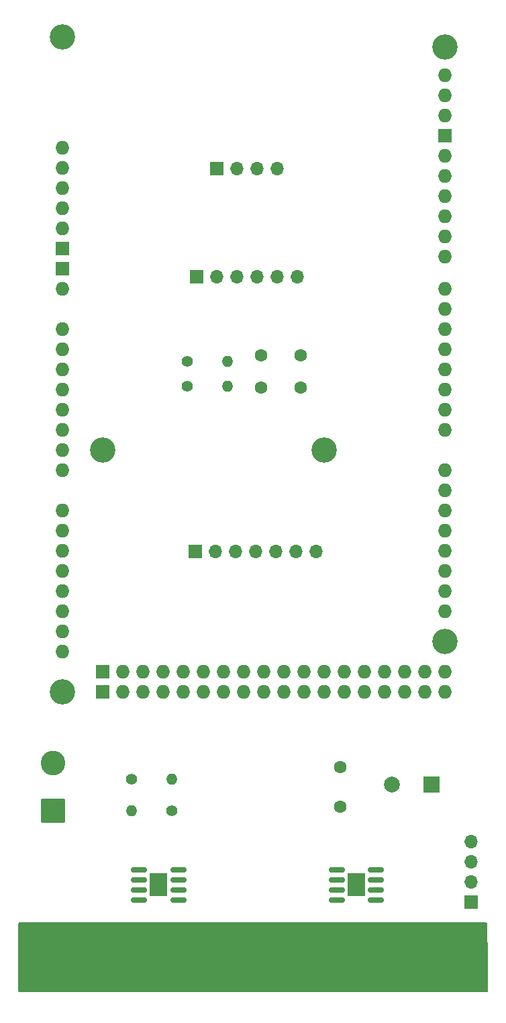
<source format=gbr>
%TF.GenerationSoftware,KiCad,Pcbnew,8.0.6-8.0.6-0~ubuntu24.04.1*%
%TF.CreationDate,2024-10-21T11:59:33+02:00*%
%TF.ProjectId,K3NG-rotator-shield,4b334e47-2d72-46f7-9461-746f722d7368,rev?*%
%TF.SameCoordinates,Original*%
%TF.FileFunction,Soldermask,Top*%
%TF.FilePolarity,Negative*%
%FSLAX46Y46*%
G04 Gerber Fmt 4.6, Leading zero omitted, Abs format (unit mm)*
G04 Created by KiCad (PCBNEW 8.0.6-8.0.6-0~ubuntu24.04.1) date 2024-10-21 11:59:33*
%MOMM*%
%LPD*%
G01*
G04 APERTURE LIST*
G04 Aperture macros list*
%AMRoundRect*
0 Rectangle with rounded corners*
0 $1 Rounding radius*
0 $2 $3 $4 $5 $6 $7 $8 $9 X,Y pos of 4 corners*
0 Add a 4 corners polygon primitive as box body*
4,1,4,$2,$3,$4,$5,$6,$7,$8,$9,$2,$3,0*
0 Add four circle primitives for the rounded corners*
1,1,$1+$1,$2,$3*
1,1,$1+$1,$4,$5*
1,1,$1+$1,$6,$7*
1,1,$1+$1,$8,$9*
0 Add four rect primitives between the rounded corners*
20,1,$1+$1,$2,$3,$4,$5,0*
20,1,$1+$1,$4,$5,$6,$7,0*
20,1,$1+$1,$6,$7,$8,$9,0*
20,1,$1+$1,$8,$9,$2,$3,0*%
G04 Aperture macros list end*
%ADD10C,1.600000*%
%ADD11C,7.500000*%
%ADD12RoundRect,0.150000X-0.825000X-0.150000X0.825000X-0.150000X0.825000X0.150000X-0.825000X0.150000X0*%
%ADD13R,2.290000X3.000000*%
%ADD14C,3.200000*%
%ADD15O,1.727200X1.727200*%
%ADD16R,1.727200X1.727200*%
%ADD17C,1.400000*%
%ADD18O,1.400000X1.400000*%
%ADD19R,1.700000X1.700000*%
%ADD20O,1.700000X1.700000*%
%ADD21R,2.000000X2.000000*%
%ADD22C,2.000000*%
%ADD23RoundRect,0.249999X1.300001X-1.300001X1.300001X1.300001X-1.300001X1.300001X-1.300001X-1.300001X0*%
%ADD24C,3.100000*%
G04 APERTURE END LIST*
D10*
%TO.C,C1*%
X159280000Y-79150000D03*
X164280000Y-79150000D03*
%TD*%
D11*
%TO.C,J15*%
X183750000Y-155250000D03*
%TD*%
D10*
%TO.C,C3*%
X169250000Y-136000000D03*
X169250000Y-131000000D03*
%TD*%
D11*
%TO.C,J14*%
X133250000Y-155000000D03*
%TD*%
D12*
%TO.C,U2*%
X168800000Y-143930000D03*
X168800000Y-145200000D03*
X168800000Y-146470000D03*
X168800000Y-147740000D03*
X173750000Y-147740000D03*
X173750000Y-146470000D03*
X173750000Y-145200000D03*
X173750000Y-143930000D03*
D13*
X171275000Y-145835000D03*
%TD*%
D14*
%TO.C,A1*%
X134250000Y-38950000D03*
X182510000Y-40220000D03*
D15*
X134250000Y-52920000D03*
D14*
X167270000Y-91020000D03*
X139330000Y-91020000D03*
X182510000Y-115150000D03*
X134250000Y-121500000D03*
D15*
X134250000Y-60540000D03*
X134250000Y-63080000D03*
X182510000Y-118960000D03*
X182510000Y-121500000D03*
X134250000Y-75780000D03*
X134250000Y-78320000D03*
X134250000Y-80860000D03*
X134250000Y-83400000D03*
X134250000Y-85940000D03*
X134250000Y-88480000D03*
X134250000Y-91020000D03*
X134250000Y-93560000D03*
X134250000Y-98640000D03*
X134250000Y-101180000D03*
X134250000Y-103720000D03*
X134250000Y-106260000D03*
X134250000Y-108800000D03*
X134250000Y-111340000D03*
X134250000Y-113880000D03*
X134250000Y-116420000D03*
X182510000Y-48856000D03*
X182510000Y-88480000D03*
X182510000Y-85940000D03*
X182510000Y-83400000D03*
X182510000Y-80860000D03*
X182510000Y-78320000D03*
X182510000Y-75780000D03*
X182510000Y-73240000D03*
X182510000Y-70700000D03*
X182510000Y-66636000D03*
X182510000Y-64096000D03*
X182510000Y-61556000D03*
X182510000Y-59016000D03*
X182510000Y-56476000D03*
X182510000Y-53936000D03*
X182510000Y-93560000D03*
X182510000Y-96100000D03*
X182510000Y-98640000D03*
X182510000Y-101180000D03*
X182510000Y-103720000D03*
X182510000Y-106260000D03*
X182510000Y-108800000D03*
X182510000Y-111340000D03*
X179970000Y-118960000D03*
X179970000Y-121500000D03*
X177430000Y-118960000D03*
X177430000Y-121500000D03*
X174890000Y-118960000D03*
X174890000Y-121500000D03*
X172350000Y-118960000D03*
X172350000Y-121500000D03*
X169810000Y-118960000D03*
X169810000Y-121500000D03*
X167270000Y-118960000D03*
X167270000Y-121500000D03*
X164730000Y-118960000D03*
X164730000Y-121500000D03*
X162190000Y-118960000D03*
X162190000Y-121500000D03*
X159650000Y-118960000D03*
X159650000Y-121500000D03*
X157110000Y-118960000D03*
X157110000Y-121500000D03*
X154570000Y-118960000D03*
X154570000Y-121500000D03*
X152030000Y-118960000D03*
X152030000Y-121500000D03*
X149490000Y-118960000D03*
X149490000Y-121500000D03*
X146950000Y-118960000D03*
X146950000Y-121500000D03*
X144410000Y-118960000D03*
X144410000Y-121500000D03*
X141870000Y-118960000D03*
X141870000Y-121500000D03*
D16*
X182510000Y-51396000D03*
X134250000Y-65620000D03*
X134250000Y-68160000D03*
X139330000Y-118960000D03*
X139330000Y-121500000D03*
D15*
X134250000Y-55460000D03*
X134250000Y-58000000D03*
X182510000Y-43776000D03*
X182510000Y-46316000D03*
X134250000Y-70700000D03*
%TD*%
D17*
%TO.C,R4*%
X142920000Y-132500000D03*
D18*
X148000000Y-132500000D03*
%TD*%
D19*
%TO.C,J6*%
X150980000Y-103800000D03*
D20*
X153520000Y-103800000D03*
X156060000Y-103800000D03*
X158600000Y-103800000D03*
X161140000Y-103800000D03*
X163680000Y-103800000D03*
X166220000Y-103800000D03*
%TD*%
D17*
%TO.C,R2*%
X150000000Y-83000000D03*
D18*
X155080000Y-83000000D03*
%TD*%
D19*
%TO.C,J4*%
X153720000Y-55600000D03*
D20*
X156260000Y-55600000D03*
X158800000Y-55600000D03*
X161340000Y-55600000D03*
%TD*%
D19*
%TO.C,J7*%
X151120000Y-69200000D03*
D20*
X153660000Y-69200000D03*
X156200000Y-69200000D03*
X158740000Y-69200000D03*
X161280000Y-69200000D03*
X163820000Y-69200000D03*
%TD*%
D21*
%TO.C,C4*%
X180750000Y-133250000D03*
D22*
X175750000Y-133250000D03*
%TD*%
D23*
%TO.C,J3*%
X133000000Y-136540000D03*
D24*
X133000000Y-130540000D03*
%TD*%
D17*
%TO.C,R3*%
X148000000Y-136500000D03*
D18*
X142920000Y-136500000D03*
%TD*%
D17*
%TO.C,R1*%
X150000000Y-79850000D03*
D18*
X155080000Y-79850000D03*
%TD*%
D12*
%TO.C,U1*%
X143880000Y-143930000D03*
X143880000Y-145200000D03*
X143880000Y-146470000D03*
X143880000Y-147740000D03*
X148830000Y-147740000D03*
X148830000Y-146470000D03*
X148830000Y-145200000D03*
X148830000Y-143930000D03*
D13*
X146355000Y-145835000D03*
%TD*%
D19*
%TO.C,J2*%
X185800000Y-148020000D03*
D20*
X185800000Y-145480000D03*
X185800000Y-142940000D03*
X185800000Y-140400000D03*
%TD*%
D10*
%TO.C,C2*%
X159280000Y-83200000D03*
X164280000Y-83200000D03*
%TD*%
G36*
X187745825Y-150619685D02*
G01*
X187791580Y-150672489D01*
X187802754Y-150721183D01*
X187909968Y-155438592D01*
X187910000Y-155441409D01*
X187910000Y-159276000D01*
X187890315Y-159343039D01*
X187837511Y-159388794D01*
X187786000Y-159400000D01*
X128784000Y-159400000D01*
X128716961Y-159380315D01*
X128671206Y-159327511D01*
X128660000Y-159276000D01*
X128660000Y-150724000D01*
X128679685Y-150656961D01*
X128732489Y-150611206D01*
X128784000Y-150600000D01*
X187678786Y-150600000D01*
X187745825Y-150619685D01*
G37*
M02*

</source>
